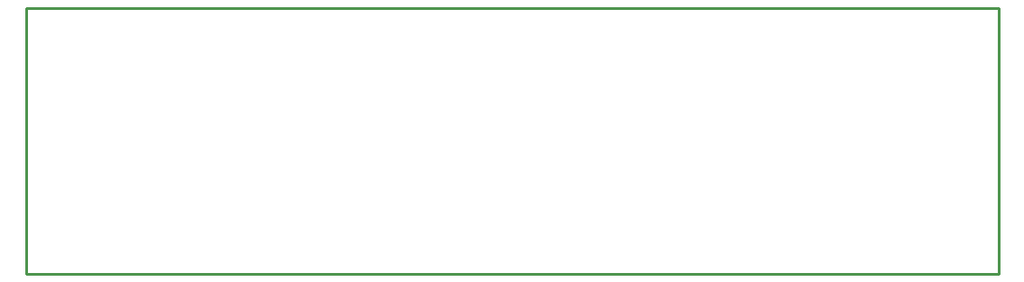
<source format=gko>
G04*
G04 #@! TF.GenerationSoftware,Altium Limited,Altium Designer,21.3.1 (25)*
G04*
G04 Layer_Color=8388736*
%FSLAX25Y25*%
%MOIN*%
G70*
G04*
G04 #@! TF.SameCoordinates,28642905-D900-4296-AB16-E10C3E418D5C*
G04*
G04*
G04 #@! TF.FilePolarity,Positive*
G04*
G01*
G75*
%ADD21C,0.01000*%
D21*
X-0Y-98441D02*
X359000D01*
Y0D01*
X0D02*
X359000D01*
X-0Y-98441D02*
X0Y0D01*
M02*

</source>
